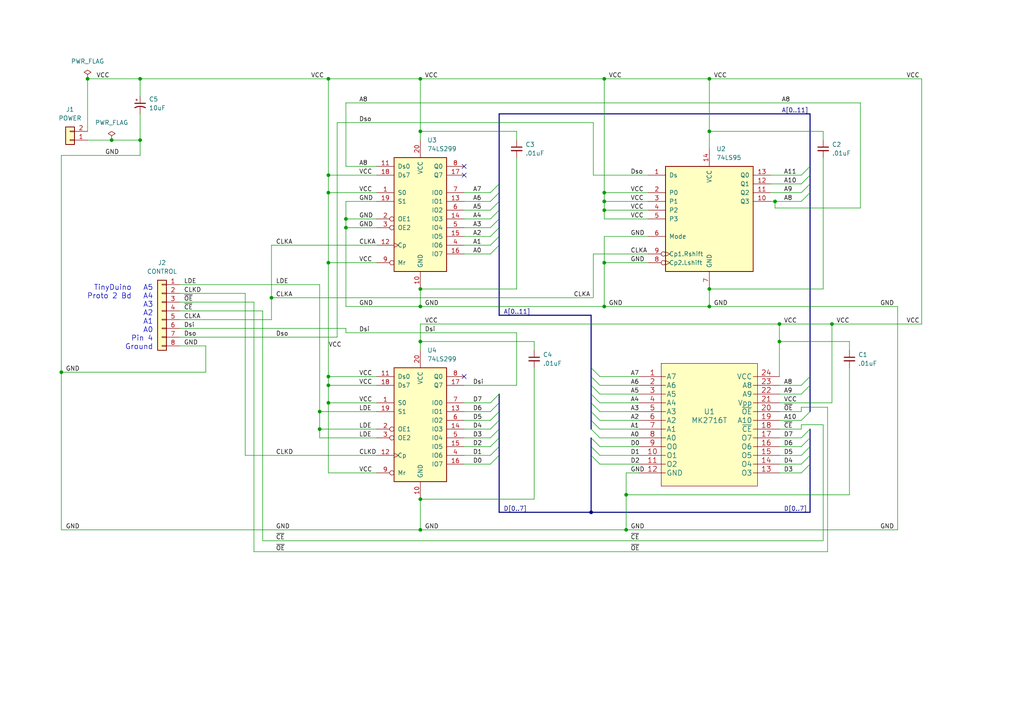
<source format=kicad_sch>
(kicad_sch (version 20211123) (generator eeschema)
  (paper "A4")
  (title_block (title "MK27616 EPROM Reader") (date "2022-07-16") (rev "1.2") (company "NinBra Enterprises") (comment 1 "Assumes 5v GPIO interface to TinyDuino"))
  (lib_symbols
    (symbol "74LS299_1" (pin_names (offset 1.016))
      (property "Reference" "U" (at -7.62 16.51 0))
      (property "Value" "74LS299_1" (at -7.62 -19.05 0))
      (symbol "74LS299_1_1_0"
        (pin input line (at -12.7 5.08 0) (length 5.08) (name "S0") (number "1"))
        (pin power_in line (at 0 -22.86 90) (length 5.08) (name "GND") (number "10"))
        (pin input line (at -12.7 12.7 0) (length 5.08) (name "Ds0") (number "11"))
        (pin input clock (at -12.7 -10.16 0) (length 5.08) (name "Cp") (number "12"))
        (pin tri_state line (at 12.7 2.54 180) (length 5.08) (name "IO1") (number "13"))
        (pin tri_state line (at 12.7 -2.54 180) (length 5.08) (name "IO3") (number "14"))
        (pin tri_state line (at 12.7 -7.62 180) (length 5.08) (name "IO5") (number "15"))
        (pin tri_state line (at 12.7 -12.7 180) (length 5.08) (name "IO7") (number "16"))
        (pin output line (at 12.7 10.16 180) (length 5.08) (name "Q7") (number "17"))
        (pin input line (at -12.7 10.16 0) (length 5.08) (name "Ds7") (number "18"))
        (pin input line (at -12.7 2.54 0) (length 5.08) (name "S1") (number "19"))
        (pin input inverted (at -12.7 -2.54 0) (length 5.08) (name "OE1") (number "2"))
        (pin power_in line (at 0 20.32 270) (length 5.08) (name "VCC") (number "20"))
        (pin input inverted (at -12.7 -5.08 0) (length 5.08) (name "OE2") (number "3"))
        (pin tri_state line (at 12.7 -10.16 180) (length 5.08) (name "IO6") (number "4"))
        (pin tri_state line (at 12.7 -5.08 180) (length 5.08) (name "IO4") (number "5"))
        (pin tri_state line (at 12.7 0 180) (length 5.08) (name "IO2") (number "6"))
        (pin tri_state line (at 12.7 5.08 180) (length 5.08) (name "IO0") (number "7"))
        (pin output line (at 12.7 12.7 180) (length 5.08) (name "Q0") (number "8"))
        (pin input inverted (at -12.7 -15.24 0) (length 5.08) (name "Mr") (number "9"))
      )
      (symbol "74LS299_1_1_1"
        (rectangle (start -7.62 15.24) (end 7.62 -17.78) (stroke (width 0.254)) (fill (type background)))
      )
    )
    (symbol "74xx:74LS299" (pin_names (offset 1.016))
      (property "Reference" "U" (at -7.62 16.51 0))
      (property "Value" "74LS299" (at -7.62 -19.05 0))
      (symbol "74LS299_1_0"
        (pin input line (at -12.7 5.08 0) (length 5.08) (name "S0") (number "1"))
        (pin power_in line (at 0 -22.86 90) (length 5.08) (name "GND") (number "10"))
        (pin input line (at -12.7 12.7 0) (length 5.08) (name "Ds0") (number "11"))
        (pin input clock (at -12.7 -10.16 0) (length 5.08) (name "Cp") (number "12"))
        (pin tri_state line (at 12.7 2.54 180) (length 5.08) (name "IO1") (number "13"))
        (pin tri_state line (at 12.7 -2.54 180) (length 5.08) (name "IO3") (number "14"))
        (pin tri_state line (at 12.7 -7.62 180) (length 5.08) (name "IO5") (number "15"))
        (pin tri_state line (at 12.7 -12.7 180) (length 5.08) (name "IO7") (number "16"))
        (pin output line (at 12.7 10.16 180) (length 5.08) (name "Q7") (number "17"))
        (pin input line (at -12.7 10.16 0) (length 5.08) (name "Ds7") (number "18"))
        (pin input line (at -12.7 2.54 0) (length 5.08) (name "S1") (number "19"))
        (pin input inverted (at -12.7 -2.54 0) (length 5.08) (name "OE1") (number "2"))
        (pin power_in line (at 0 20.32 270) (length 5.08) (name "VCC") (number "20"))
        (pin input inverted (at -12.7 -5.08 0) (length 5.08) (name "OE2") (number "3"))
        (pin tri_state line (at 12.7 -10.16 180) (length 5.08) (name "IO6") (number "4"))
        (pin tri_state line (at 12.7 -5.08 180) (length 5.08) (name "IO4") (number "5"))
        (pin tri_state line (at 12.7 0 180) (length 5.08) (name "IO2") (number "6"))
        (pin tri_state line (at 12.7 5.08 180) (length 5.08) (name "IO0") (number "7"))
        (pin output line (at 12.7 12.7 180) (length 5.08) (name "Q0") (number "8"))
        (pin input inverted (at -12.7 -15.24 0) (length 5.08) (name "Mr") (number "9"))
      )
      (symbol "74LS299_1_1"
        (rectangle (start -7.62 15.24) (end 7.62 -17.78) (stroke (width 0.254)) (fill (type background)))
      )
    )
    (symbol "74xx:74LS95" (pin_names (offset 1.016))
      (property "Reference" "U" (at -7.62 16.51 0))
      (property "Value" "74LS95" (at -7.62 -16.51 0))
      (symbol "74LS95_1_0"
        (pin input line (at -17.78 12.7 0) (length 5.08) (name "Ds") (number "1"))
        (pin output line (at 17.78 5.08 180) (length 5.08) (name "Q3") (number "10"))
        (pin output line (at 17.78 7.62 180) (length 5.08) (name "Q2") (number "11"))
        (pin output line (at 17.78 10.16 180) (length 5.08) (name "Q1") (number "12"))
        (pin output line (at 17.78 12.7 180) (length 5.08) (name "Q0") (number "13"))
        (pin power_in line (at 0 20.32 270) (length 5.08) (name "VCC") (number "14"))
        (pin input line (at -17.78 7.62 0) (length 5.08) (name "P0") (number "2"))
        (pin input line (at -17.78 5.08 0) (length 5.08) (name "P1") (number "3"))
        (pin input line (at -17.78 2.54 0) (length 5.08) (name "P2") (number "4"))
        (pin input line (at -17.78 0 0) (length 5.08) (name "P3") (number "5"))
        (pin input line (at -17.78 -5.08 0) (length 5.08) (name "Mode") (number "6"))
        (pin power_in line (at 0 -20.32 90) (length 5.08) (name "GND") (number "7"))
        (pin input inverted_clock (at -17.78 -12.7 0) (length 5.08) (name "Cp2.Lshift") (number "8"))
        (pin input inverted_clock (at -17.78 -10.16 0) (length 5.08) (name "Cp1.Rshift") (number "9"))
      )
      (symbol "74LS95_1_1"
        (rectangle (start -12.7 15.24) (end 12.7 -15.24) (stroke (width 0.254)) (fill (type background)))
      )
    )
    (symbol "Connector_Generic:Conn_01x02" (pin_names (offset 1.016) hide)
      (property "Reference" "J" (at 0 2.54 0))
      (property "Value" "Conn_01x02" (at 0 -5.08 0))
      (symbol "Conn_01x02_1_1"
        (rectangle (start -1.27 -2.413) (end 0 -2.667) (stroke (width 0.1524)))
        (rectangle (start -1.27 0.127) (end 0 -0.127) (stroke (width 0.1524)))
        (rectangle (start -1.27 1.27) (end 1.27 -3.81) (stroke (width 0.254)) (fill (type background)))
        (pin passive line (at -5.08 0 0) (length 3.81) (name "Pin_1") (number "1"))
        (pin passive line (at -5.08 -2.54 0) (length 3.81) (name "Pin_2") (number "2"))
      )
    )
    (symbol "Connector_Generic:Conn_01x08" (pin_names (offset 1.016) hide)
      (property "Reference" "J" (at 0 10.16 0))
      (property "Value" "Conn_01x08" (at 0 -12.7 0))
      (symbol "Conn_01x08_1_1"
        (rectangle (start -1.27 -10.033) (end 0 -10.287) (stroke (width 0.1524)))
        (rectangle (start -1.27 -7.493) (end 0 -7.747) (stroke (width 0.1524)))
        (rectangle (start -1.27 -4.953) (end 0 -5.207) (stroke (width 0.1524)))
        (rectangle (start -1.27 -2.413) (end 0 -2.667) (stroke (width 0.1524)))
        (rectangle (start -1.27 0.127) (end 0 -0.127) (stroke (width 0.1524)))
        (rectangle (start -1.27 2.667) (end 0 2.413) (stroke (width 0.1524)))
        (rectangle (start -1.27 5.207) (end 0 4.953) (stroke (width 0.1524)))
        (rectangle (start -1.27 7.747) (end 0 7.493) (stroke (width 0.1524)))
        (rectangle (start -1.27 8.89) (end 1.27 -11.43) (stroke (width 0.254)) (fill (type background)))
        (pin passive line (at -5.08 7.62 0) (length 3.81) (name "Pin_1") (number "1"))
        (pin passive line (at -5.08 5.08 0) (length 3.81) (name "Pin_2") (number "2"))
        (pin passive line (at -5.08 2.54 0) (length 3.81) (name "Pin_3") (number "3"))
        (pin passive line (at -5.08 0 0) (length 3.81) (name "Pin_4") (number "4"))
        (pin passive line (at -5.08 -2.54 0) (length 3.81) (name "Pin_5") (number "5"))
        (pin passive line (at -5.08 -5.08 0) (length 3.81) (name "Pin_6") (number "6"))
        (pin passive line (at -5.08 -7.62 0) (length 3.81) (name "Pin_7") (number "7"))
        (pin passive line (at -5.08 -10.16 0) (length 3.81) (name "Pin_8") (number "8"))
      )
    )
    (symbol "Device:C_Polarized_Small_US" (pin_numbers hide) (pin_names (offset 0.254) hide)
      (property "Reference" "C" (at 0.254 1.778 0))
      (property "Value" "C_Polarized_Small_US" (at 0.254 -2.032 0))
      (symbol "C_Polarized_Small_US_0_1"
        (polyline (pts (xy -1.524 0.508) (xy 1.524 0.508)) (stroke (width 0.3048)))
        (polyline (pts (xy -1.27 1.524) (xy -0.762 1.524)))
        (polyline (pts (xy -1.016 1.27) (xy -1.016 1.778)))
        (arc (start 1.524 -0.762) (mid 0 -0.3734) (end -1.524 -0.762) (stroke (width 0.3048)))
      )
      (symbol "C_Polarized_Small_US_1_1"
        (pin passive line (at 0 2.54 270) (length 2.032) (name "~") (number "1"))
        (pin passive line (at 0 -2.54 90) (length 2.032) (name "~") (number "2"))
      )
    )
    (symbol "Device:C_Small" (pin_numbers hide) (pin_names (offset 0.254) hide)
      (property "Reference" "C" (at 0.254 1.778 0))
      (property "Value" "C_Small" (at 0.254 -2.032 0))
      (symbol "C_Small_0_1"
        (polyline (pts (xy -1.524 -0.508) (xy 1.524 -0.508)) (stroke (width 0.3302)))
        (polyline (pts (xy -1.524 0.508) (xy 1.524 0.508)) (stroke (width 0.3048)))
      )
      (symbol "C_Small_1_1"
        (pin passive line (at 0 2.54 270) (length 2.032) (name "~") (number "1"))
        (pin passive line (at 0 -2.54 90) (length 2.032) (name "~") (number "2"))
      )
    )
    (symbol "MOSTEK_EPROM:MK2716T" (pin_names (offset 0.254))
      (property "Reference" "U" (at 19.05 -11.43 0))
      (property "Value" "MK2716T" (at 20.32 -13.97 0))
      (symbol "MK2716T_0_1"
        (rectangle (start 6.35 3.81) (end 34.29 -31.75) (fill (type background)))
      )
      (symbol "MK2716T_1_1"
        (pin input line (at 0 0 0) (length 7.62) (name "A7") (number "1"))
        (pin tri_state line (at 0 -22.86 0) (length 7.62) (name "O1") (number "10"))
        (pin tri_state line (at 0 -25.4 0) (length 7.62) (name "O2") (number "11"))
        (pin power_in line (at 0 -27.94 0) (length 7.62) (name "GND") (number "12"))
        (pin tri_state line (at 40.64 -27.94 180) (length 7.62) (name "O3") (number "13"))
        (pin tri_state line (at 40.64 -25.4 180) (length 7.62) (name "O4") (number "14"))
        (pin tri_state line (at 40.64 -22.86 180) (length 7.62) (name "O5") (number "15"))
        (pin tri_state line (at 40.64 -20.32 180) (length 7.62) (name "O6") (number "16"))
        (pin tri_state line (at 40.64 -17.78 180) (length 7.62) (name "O7") (number "17"))
        (pin input line (at 40.64 -15.24 180) (length 7.62) (name "~{CE}") (number "18"))
        (pin input line (at 40.64 -12.7 180) (length 7.62) (name "A10") (number "19"))
        (pin input line (at 0 -2.54 0) (length 7.62) (name "A6") (number "2"))
        (pin input line (at 40.64 -10.16 180) (length 7.62) (name "~{OE}") (number "20"))
        (pin input line (at 40.64 -7.62 180) (length 7.62) (name "Vpp") (number "21"))
        (pin input line (at 40.64 -5.08 180) (length 7.62) (name "A9") (number "22"))
        (pin input line (at 40.64 -2.54 180) (length 7.62) (name "A8") (number "23"))
        (pin power_in line (at 40.64 0 180) (length 7.62) (name "VCC") (number "24"))
        (pin input line (at 0 -5.08 0) (length 7.62) (name "A5") (number "3"))
        (pin input line (at 0 -7.62 0) (length 7.62) (name "A4") (number "4"))
        (pin input line (at 0 -10.16 0) (length 7.62) (name "A3") (number "5"))
        (pin input line (at 0 -12.7 0) (length 7.62) (name "A2") (number "6"))
        (pin input line (at 0 -15.24 0) (length 7.62) (name "A1") (number "7"))
        (pin input line (at 0 -17.78 0) (length 7.62) (name "A0") (number "8"))
        (pin tri_state line (at 0 -20.32 0) (length 7.62) (name "O0") (number "9"))
      )
    )
    (symbol "power:PWR_FLAG" (power) (pin_numbers hide) (pin_names (offset 0) hide)
      (property "Value" "PWR_FLAG" (at 0 3.81 0))
      (symbol "PWR_FLAG_0_0"
        (pin power_out line (at 0 0 90) (length 0) (name "pwr") (number "1"))
      )
      (symbol "PWR_FLAG_0_1"
        (polyline (pts (xy 0 0) (xy 0 1.27) (xy -1.016 1.905) (xy 0 2.54) (xy 1.016 1.905) (xy 0 1.27)))
      )
    )
  )
  (junction (at 95.25 50.8))
  (junction (at 175.26 22.86))
  (junction (at 92.71 124.46))
  (junction (at 40.64 40.64))
  (junction (at 121.92 83.82))
  (junction (at 95.25 55.88))
  (junction (at 224.79 58.42))
  (junction (at 95.25 116.84))
  (junction (at 175.26 88.9))
  (junction (at 25.4 22.86))
  (junction (at 175.26 58.42))
  (junction (at 175.26 60.96))
  (junction (at 121.92 99.06))
  (junction (at 121.92 153.67))
  (junction (at 78.74 86.36))
  (junction (at 205.74 22.86))
  (junction (at 121.92 22.86))
  (junction (at 32.385 40.64))
  (junction (at 121.92 38.1))
  (junction (at 92.71 119.38))
  (junction (at 171.45 148.59))
  (junction (at 175.26 76.2))
  (junction (at 226.06 99.06))
  (junction (at 181.61 143.51))
  (junction (at 100.33 66.04))
  (junction (at 181.61 153.67))
  (junction (at 226.06 93.98))
  (junction (at 205.74 83.82))
  (junction (at 17.78 107.95))
  (junction (at 100.33 63.5))
  (junction (at 95.25 111.76))
  (junction (at 205.74 88.9))
  (junction (at 241.3 93.98))
  (junction (at 121.92 88.9))
  (junction (at 95.25 109.22))
  (junction (at 95.25 76.2))
  (junction (at 121.92 144.78))
  (junction (at 175.26 55.88))
  (junction (at 95.25 22.86))
  (junction (at 205.74 38.1))
  (junction (at 40.64 22.86))
  (no_connect (at 134.62 50.8))
  (no_connect (at 134.62 48.26))
  (no_connect (at 134.62 109.22))
  (bus_entry (at 234.95 111.76) (size -2.54 2.54))
  (bus_entry (at 171.45 111.76) (size 2.54 2.54))
  (bus_entry (at 171.45 109.22) (size 2.54 2.54))
  (bus_entry (at 171.45 116.84) (size 2.54 2.54))
  (bus_entry (at 171.45 114.3) (size 2.54 2.54))
  (bus_entry (at 171.45 121.92) (size 2.54 2.54))
  (bus_entry (at 171.45 119.38) (size 2.54 2.54))
  (bus_entry (at 171.45 106.68) (size 2.54 2.54))
  (bus_entry (at 171.45 124.46) (size 2.54 2.54))
  (bus_entry (at 144.78 55.88) (size -2.54 2.54))
  (bus_entry (at 144.78 58.42) (size -2.54 2.54))
  (bus_entry (at 144.78 53.34) (size -2.54 2.54))
  (bus_entry (at 144.78 63.5) (size -2.54 2.54))
  (bus_entry (at 144.78 66.04) (size -2.54 2.54))
  (bus_entry (at 144.78 68.58) (size -2.54 2.54))
  (bus_entry (at 144.78 71.12) (size -2.54 2.54))
  (bus_entry (at 144.78 60.96) (size -2.54 2.54))
  (bus_entry (at 234.95 109.22) (size -2.54 2.54))
  (bus_entry (at 171.45 127) (size 2.54 2.54))
  (bus_entry (at 171.45 132.08) (size 2.54 2.54))
  (bus_entry (at 171.45 129.54) (size 2.54 2.54))
  (bus_entry (at 234.95 119.38) (size -2.54 2.54))
  (bus_entry (at 234.95 50.8) (size -2.54 2.54))
  (bus_entry (at 234.95 53.34) (size -2.54 2.54))
  (bus_entry (at 234.95 48.26) (size -2.54 2.54))
  (bus_entry (at 234.95 55.88) (size -2.54 2.54))
  (bus_entry (at 234.95 129.54) (size -2.54 2.54))
  (bus_entry (at 234.95 127) (size -2.54 2.54))
  (bus_entry (at 234.95 124.46) (size -2.54 2.54))
  (bus_entry (at 144.78 124.46) (size -2.54 2.54))
  (bus_entry (at 144.78 121.92) (size -2.54 2.54))
  (bus_entry (at 144.78 119.38) (size -2.54 2.54))
  (bus_entry (at 144.78 116.84) (size -2.54 2.54))
  (bus_entry (at 144.78 114.3) (size -2.54 2.54))
  (bus_entry (at 144.78 129.54) (size -2.54 2.54))
  (bus_entry (at 144.78 127) (size -2.54 2.54))
  (bus_entry (at 144.78 132.08) (size -2.54 2.54))
  (bus_entry (at 234.95 132.08) (size -2.54 2.54))
  (bus_entry (at 234.95 134.62) (size -2.54 2.54))
  (wire (pts (xy 121.92 38.1) (xy 149.86 38.1)))
  (wire (pts (xy 40.64 45.085) (xy 40.64 40.64)))
  (bus (pts (xy 171.45 111.76) (xy 171.45 114.3)))
  (wire (pts (xy 95.25 137.16) (xy 109.22 137.16)))
  (wire (pts (xy 240.03 118.11) (xy 240.03 160.02)))
  (bus (pts (xy 234.95 50.8) (xy 234.95 53.34)))
  (bus (pts (xy 144.78 132.08) (xy 144.78 148.59)))
  (wire (pts (xy 238.76 40.64) (xy 238.76 38.1)))
  (wire (pts (xy 52.07 92.71) (xy 78.74 92.71)))
  (wire (pts (xy 223.52 50.8) (xy 232.41 50.8)))
  (wire (pts (xy 109.22 127) (xy 92.71 127)))
  (wire (pts (xy 134.62 119.38) (xy 142.24 119.38)))
  (wire (pts (xy 223.52 58.42) (xy 224.79 58.42)))
  (wire (pts (xy 226.06 114.3) (xy 232.41 114.3)))
  (bus (pts (xy 234.95 134.62) (xy 234.95 148.59)))
  (wire (pts (xy 109.22 50.8) (xy 95.25 50.8)))
  (wire (pts (xy 173.99 129.54) (xy 185.42 129.54)))
  (wire (pts (xy 241.3 93.98) (xy 267.335 93.98)))
  (wire (pts (xy 134.62 71.12) (xy 142.24 71.12)))
  (wire (pts (xy 232.41 119.38) (xy 232.41 118.11)))
  (bus (pts (xy 144.78 53.34) (xy 144.78 33.02)))
  (wire (pts (xy 134.62 73.66) (xy 142.24 73.66)))
  (wire (pts (xy 205.74 22.86) (xy 267.335 22.86)))
  (wire (pts (xy 109.22 116.84) (xy 95.25 116.84)))
  (wire (pts (xy 100.33 63.5) (xy 100.33 66.04)))
  (wire (pts (xy 17.78 45.085) (xy 40.64 45.085)))
  (bus (pts (xy 144.78 116.84) (xy 144.78 119.38)))
  (wire (pts (xy 78.74 86.36) (xy 172.085 86.36)))
  (wire (pts (xy 92.71 124.46) (xy 92.71 127)))
  (bus (pts (xy 171.45 119.38) (xy 171.45 121.92)))
  (wire (pts (xy 173.99 124.46) (xy 185.42 124.46)))
  (wire (pts (xy 175.26 63.5) (xy 175.26 60.96)))
  (wire (pts (xy 109.22 124.46) (xy 92.71 124.46)))
  (wire (pts (xy 100.33 66.04) (xy 100.33 88.9)))
  (wire (pts (xy 238.76 83.82) (xy 205.74 83.82)))
  (wire (pts (xy 175.26 88.9) (xy 205.74 88.9)))
  (wire (pts (xy 78.74 71.12) (xy 78.74 86.36)))
  (wire (pts (xy 173.99 134.62) (xy 185.42 134.62)))
  (wire (pts (xy 187.96 58.42) (xy 175.26 58.42)))
  (wire (pts (xy 95.25 76.2) (xy 95.25 109.22)))
  (wire (pts (xy 40.64 22.86) (xy 95.25 22.86)))
  (bus (pts (xy 171.45 121.92) (xy 171.45 124.46)))
  (wire (pts (xy 173.99 119.38) (xy 185.42 119.38)))
  (wire (pts (xy 226.06 99.06) (xy 226.06 109.22)))
  (bus (pts (xy 234.95 132.08) (xy 234.95 134.62)))
  (wire (pts (xy 121.92 40.64) (xy 121.92 38.1)))
  (wire (pts (xy 181.61 137.16) (xy 185.42 137.16)))
  (wire (pts (xy 226.06 121.92) (xy 232.41 121.92)))
  (wire (pts (xy 238.76 38.1) (xy 205.74 38.1)))
  (wire (pts (xy 92.71 82.55) (xy 92.71 119.38)))
  (wire (pts (xy 226.06 93.98) (xy 226.06 99.06)))
  (wire (pts (xy 95.25 109.22) (xy 109.22 109.22)))
  (wire (pts (xy 121.92 153.67) (xy 181.61 153.67)))
  (wire (pts (xy 226.06 129.54) (xy 232.41 129.54)))
  (wire (pts (xy 97.79 97.79) (xy 52.07 97.79)))
  (wire (pts (xy 134.62 68.58) (xy 142.24 68.58)))
  (wire (pts (xy 246.38 106.68) (xy 246.38 143.51)))
  (wire (pts (xy 238.76 123.19) (xy 232.41 123.19)))
  (wire (pts (xy 224.79 58.42) (xy 232.41 58.42)))
  (wire (pts (xy 78.74 86.36) (xy 78.74 92.71)))
  (bus (pts (xy 234.95 127) (xy 234.95 129.54)))
  (wire (pts (xy 226.06 124.46) (xy 232.41 124.46)))
  (wire (pts (xy 121.92 88.9) (xy 175.26 88.9)))
  (bus (pts (xy 144.78 68.58) (xy 144.78 71.12)))
  (wire (pts (xy 40.64 40.64) (xy 32.385 40.64)))
  (bus (pts (xy 144.78 66.04) (xy 144.78 68.58)))
  (bus (pts (xy 144.78 63.5) (xy 144.78 66.04)))
  (wire (pts (xy 71.12 132.08) (xy 71.12 85.09)))
  (wire (pts (xy 134.62 121.92) (xy 142.24 121.92)))
  (wire (pts (xy 226.06 137.16) (xy 232.41 137.16)))
  (bus (pts (xy 234.95 48.26) (xy 234.95 50.8)))
  (wire (pts (xy 173.99 114.3) (xy 185.42 114.3)))
  (wire (pts (xy 100.33 48.26) (xy 100.33 29.845)))
  (wire (pts (xy 187.96 76.2) (xy 175.26 76.2)))
  (wire (pts (xy 238.76 45.72) (xy 238.76 83.82)))
  (wire (pts (xy 226.06 134.62) (xy 232.41 134.62)))
  (wire (pts (xy 109.22 48.26) (xy 100.33 48.26)))
  (wire (pts (xy 52.07 82.55) (xy 92.71 82.55)))
  (wire (pts (xy 246.38 101.6) (xy 246.38 99.06)))
  (wire (pts (xy 100.33 96.52) (xy 100.33 95.25)))
  (wire (pts (xy 226.06 132.08) (xy 232.41 132.08)))
  (wire (pts (xy 109.22 58.42) (xy 100.33 58.42)))
  (wire (pts (xy 172.085 86.36) (xy 172.085 73.66)))
  (wire (pts (xy 181.61 143.51) (xy 181.61 153.67)))
  (bus (pts (xy 144.78 55.88) (xy 144.78 58.42)))
  (wire (pts (xy 175.26 58.42) (xy 175.26 60.96)))
  (wire (pts (xy 134.62 66.04) (xy 142.24 66.04)))
  (wire (pts (xy 121.92 83.82) (xy 121.92 88.9)))
  (wire (pts (xy 100.33 66.04) (xy 109.22 66.04)))
  (wire (pts (xy 73.66 87.63) (xy 73.66 160.02)))
  (wire (pts (xy 134.62 63.5) (xy 142.24 63.5)))
  (wire (pts (xy 149.86 96.52) (xy 100.33 96.52)))
  (wire (pts (xy 175.26 68.58) (xy 175.26 76.2)))
  (wire (pts (xy 52.07 90.17) (xy 76.2 90.17)))
  (wire (pts (xy 92.71 124.46) (xy 92.71 119.38)))
  (wire (pts (xy 95.25 50.8) (xy 95.25 55.88)))
  (wire (pts (xy 59.69 100.33) (xy 52.07 100.33)))
  (wire (pts (xy 149.86 111.76) (xy 149.86 96.52)))
  (wire (pts (xy 17.78 107.95) (xy 17.78 45.085)))
  (wire (pts (xy 121.92 83.82) (xy 149.86 83.82)))
  (wire (pts (xy 134.62 55.88) (xy 142.24 55.88)))
  (bus (pts (xy 144.78 71.12) (xy 144.78 91.44)))
  (bus (pts (xy 144.78 127) (xy 144.78 129.54)))
  (wire (pts (xy 121.92 99.06) (xy 154.94 99.06)))
  (wire (pts (xy 17.78 153.67) (xy 121.92 153.67)))
  (bus (pts (xy 234.95 129.54) (xy 234.95 132.08)))
  (wire (pts (xy 109.22 55.88) (xy 95.25 55.88)))
  (bus (pts (xy 144.78 121.92) (xy 144.78 124.46)))
  (wire (pts (xy 226.06 127) (xy 232.41 127)))
  (wire (pts (xy 249.555 60.325) (xy 224.79 60.325)))
  (wire (pts (xy 249.555 29.845) (xy 249.555 60.325)))
  (bus (pts (xy 144.78 58.42) (xy 144.78 60.96)))
  (bus (pts (xy 171.45 91.44) (xy 171.45 106.68)))
  (wire (pts (xy 109.22 119.38) (xy 92.71 119.38)))
  (wire (pts (xy 95.25 76.2) (xy 109.22 76.2)))
  (wire (pts (xy 173.99 121.92) (xy 185.42 121.92)))
  (bus (pts (xy 144.78 129.54) (xy 144.78 132.08)))
  (wire (pts (xy 181.61 137.16) (xy 181.61 143.51)))
  (wire (pts (xy 223.52 55.88) (xy 232.41 55.88)))
  (wire (pts (xy 173.99 116.84) (xy 185.42 116.84)))
  (bus (pts (xy 144.78 119.38) (xy 144.78 121.92)))
  (bus (pts (xy 234.95 111.76) (xy 234.95 119.38)))
  (wire (pts (xy 17.78 153.67) (xy 17.78 107.95)))
  (wire (pts (xy 173.99 127) (xy 185.42 127)))
  (wire (pts (xy 52.07 87.63) (xy 73.66 87.63)))
  (wire (pts (xy 134.62 60.96) (xy 142.24 60.96)))
  (bus (pts (xy 144.78 148.59) (xy 171.45 148.59)))
  (bus (pts (xy 144.78 124.46) (xy 144.78 127)))
  (wire (pts (xy 232.41 123.19) (xy 232.41 124.46)))
  (wire (pts (xy 205.74 83.82) (xy 205.74 88.9)))
  (wire (pts (xy 149.86 45.72) (xy 149.86 83.82)))
  (wire (pts (xy 173.99 132.08) (xy 185.42 132.08)))
  (wire (pts (xy 224.79 58.42) (xy 224.79 60.325)))
  (wire (pts (xy 97.79 35.56) (xy 97.79 97.79)))
  (wire (pts (xy 121.92 93.98) (xy 226.06 93.98)))
  (bus (pts (xy 234.95 55.88) (xy 234.95 109.22)))
  (wire (pts (xy 173.99 111.76) (xy 185.42 111.76)))
  (wire (pts (xy 154.94 101.6) (xy 154.94 99.06)))
  (wire (pts (xy 95.25 111.76) (xy 109.22 111.76)))
  (wire (pts (xy 134.62 134.62) (xy 142.24 134.62)))
  (wire (pts (xy 134.62 124.46) (xy 142.24 124.46)))
  (wire (pts (xy 260.35 88.9) (xy 260.35 153.67)))
  (wire (pts (xy 187.96 55.88) (xy 175.26 55.88)))
  (wire (pts (xy 241.3 93.98) (xy 241.3 116.84)))
  (wire (pts (xy 172.085 35.56) (xy 97.79 35.56)))
  (wire (pts (xy 95.25 109.22) (xy 95.25 111.76)))
  (wire (pts (xy 223.52 53.34) (xy 232.41 53.34)))
  (bus (pts (xy 234.95 124.46) (xy 234.95 127)))
  (wire (pts (xy 205.74 88.9) (xy 260.35 88.9)))
  (bus (pts (xy 171.45 109.22) (xy 171.45 111.76)))
  (wire (pts (xy 95.25 137.16) (xy 95.25 116.84)))
  (wire (pts (xy 175.26 76.2) (xy 175.26 88.9)))
  (wire (pts (xy 175.26 55.88) (xy 175.26 22.86)))
  (wire (pts (xy 25.4 40.64) (xy 32.385 40.64)))
  (wire (pts (xy 100.33 29.845) (xy 249.555 29.845)))
  (bus (pts (xy 144.78 114.3) (xy 144.78 116.84)))
  (bus (pts (xy 144.78 33.02) (xy 234.95 33.02)))
  (bus (pts (xy 144.78 53.34) (xy 144.78 55.88)))
  (wire (pts (xy 73.66 160.02) (xy 240.03 160.02)))
  (wire (pts (xy 238.76 156.845) (xy 238.76 123.19)))
  (wire (pts (xy 175.26 22.86) (xy 205.74 22.86)))
  (wire (pts (xy 59.69 100.33) (xy 59.69 107.95)))
  (wire (pts (xy 100.33 95.25) (xy 52.07 95.25)))
  (wire (pts (xy 25.4 22.86) (xy 25.4 38.1)))
  (wire (pts (xy 100.33 63.5) (xy 109.22 63.5)))
  (wire (pts (xy 246.38 143.51) (xy 181.61 143.51)))
  (wire (pts (xy 154.94 106.68) (xy 154.94 144.78)))
  (bus (pts (xy 234.95 53.34) (xy 234.95 55.88)))
  (bus (pts (xy 171.45 129.54) (xy 171.45 132.08)))
  (bus (pts (xy 144.78 60.96) (xy 144.78 63.5)))
  (wire (pts (xy 100.33 88.9) (xy 121.92 88.9)))
  (wire (pts (xy 134.62 132.08) (xy 142.24 132.08)))
  (wire (pts (xy 59.69 107.95) (xy 17.78 107.95)))
  (wire (pts (xy 226.06 119.38) (xy 232.41 119.38)))
  (wire (pts (xy 95.25 22.86) (xy 121.92 22.86)))
  (wire (pts (xy 40.64 22.86) (xy 40.64 27.94)))
  (bus (pts (xy 234.95 33.02) (xy 234.95 48.26)))
  (wire (pts (xy 267.335 22.86) (xy 267.335 93.98)))
  (wire (pts (xy 95.25 22.86) (xy 95.25 50.8)))
  (wire (pts (xy 100.33 58.42) (xy 100.33 63.5)))
  (wire (pts (xy 78.74 71.12) (xy 109.22 71.12)))
  (wire (pts (xy 175.26 58.42) (xy 175.26 55.88)))
  (bus (pts (xy 171.45 148.59) (xy 234.95 148.59)))
  (wire (pts (xy 71.12 132.08) (xy 109.22 132.08)))
  (wire (pts (xy 172.085 50.8) (xy 187.96 50.8)))
  (wire (pts (xy 121.92 38.1) (xy 121.92 22.86)))
  (wire (pts (xy 226.06 116.84) (xy 241.3 116.84)))
  (wire (pts (xy 134.62 127) (xy 142.24 127)))
  (wire (pts (xy 226.06 93.98) (xy 241.3 93.98)))
  (wire (pts (xy 40.64 33.02) (xy 40.64 40.64)))
  (wire (pts (xy 205.74 22.86) (xy 205.74 38.1)))
  (wire (pts (xy 121.92 144.78) (xy 154.94 144.78)))
  (wire (pts (xy 121.92 101.6) (xy 121.92 99.06)))
  (wire (pts (xy 172.085 73.66) (xy 187.96 73.66)))
  (wire (pts (xy 95.25 111.76) (xy 95.25 116.84)))
  (bus (pts (xy 171.45 114.3) (xy 171.45 116.84)))
  (bus (pts (xy 171.45 106.68) (xy 171.45 109.22)))
  (wire (pts (xy 226.06 111.76) (xy 232.41 111.76)))
  (wire (pts (xy 76.2 156.845) (xy 238.76 156.845)))
  (wire (pts (xy 187.96 60.96) (xy 175.26 60.96)))
  (wire (pts (xy 134.62 58.42) (xy 142.24 58.42)))
  (bus (pts (xy 144.78 91.44) (xy 171.45 91.44)))
  (wire (pts (xy 172.085 50.8) (xy 172.085 35.56)))
  (bus (pts (xy 234.95 109.22) (xy 234.95 111.76)))
  (wire (pts (xy 121.92 99.06) (xy 121.92 93.98)))
  (wire (pts (xy 76.2 90.17) (xy 76.2 156.845)))
  (wire (pts (xy 134.62 129.54) (xy 142.24 129.54)))
  (wire (pts (xy 187.96 63.5) (xy 175.26 63.5)))
  (wire (pts (xy 187.96 68.58) (xy 175.26 68.58)))
  (wire (pts (xy 134.62 116.84) (xy 142.24 116.84)))
  (wire (pts (xy 149.86 40.64) (xy 149.86 38.1)))
  (wire (pts (xy 71.12 85.09) (xy 52.07 85.09)))
  (wire (pts (xy 121.92 144.78) (xy 121.92 153.67)))
  (bus (pts (xy 171.45 127) (xy 171.45 129.54)))
  (wire (pts (xy 246.38 99.06) (xy 226.06 99.06)))
  (wire (pts (xy 181.61 153.67) (xy 260.35 153.67)))
  (wire (pts (xy 173.99 109.22) (xy 185.42 109.22)))
  (wire (pts (xy 232.41 118.11) (xy 240.03 118.11)))
  (wire (pts (xy 205.74 38.1) (xy 205.74 43.18)))
  (bus (pts (xy 171.45 116.84) (xy 171.45 119.38)))
  (wire (pts (xy 95.25 55.88) (xy 95.25 76.2)))
  (bus (pts (xy 171.45 132.08) (xy 171.45 148.59)))
  (wire (pts (xy 134.62 111.76) (xy 149.86 111.76)))
  (wire (pts (xy 121.92 22.86) (xy 175.26 22.86)))
  (wire (pts (xy 25.4 22.86) (xy 40.64 22.86)))
  (text "TinyDuino   A5\nProto 2 Bd   A4\nA3\nA2\nA1\nA0\nPin 4\nGround" (at 44.45 101.6 0) (effects (font (size 1.524 1.524)) (justify right bottom)))
  (label "A8" (at 104.14 29.845 0))
  (label "Dsi" (at 53.34 95.25 0))
  (label "VCC" (at 95.25 100.965 0))
  (label "D[0..7]" (at 227.33 148.59 0))
  (label "VCC" (at 104.14 111.76 0))
  (label "D2" (at 182.88 134.62 0))
  (label "VCC" (at 182.88 55.88 0))
  (label "VCC" (at 104.14 76.2 0))
  (label "GND" (at 19.05 153.67 0))
  (label "D4" (at 137.16 124.46 0))
  (label "CLKA" (at 182.88 73.66 0))
  (label "GND" (at 182.88 153.67 0))
  (label "A7" (at 182.88 109.22 0))
  (label "CLKA" (at 104.14 71.12 0))
  (label "D[0..7]" (at 146.05 148.59 0))
  (label "VCC" (at 182.88 63.5 0))
  (label "GND" (at 104.14 66.04 0))
  (label "CLKD" (at 53.34 85.09 0))
  (label "A3" (at 182.88 119.38 0))
  (label "VCC" (at 123.19 93.98 0))
  (label "D3" (at 227.33 137.16 0))
  (label "CLKA" (at 53.34 92.71 0))
  (label "A9" (at 227.33 114.3 0))
  (label "~{CE}" (at 182.88 156.845 0))
  (label "~{CE}" (at 80.01 156.845 0))
  (label "VCC" (at 182.88 58.42 0))
  (label "A5" (at 137.16 60.96 0))
  (label "LDE" (at 104.14 119.38 0))
  (label "A4" (at 182.88 116.84 0))
  (label "VCC" (at 104.14 137.16 0))
  (label "GND" (at 255.27 153.67 0))
  (label "D1" (at 182.88 132.08 0))
  (label "A6" (at 137.16 58.42 0))
  (label "GND" (at 104.14 88.9 0))
  (label "CLKA" (at 166.37 86.36 0))
  (label "A5" (at 182.88 114.3 0))
  (label "A3" (at 137.16 66.04 0))
  (label "VCC" (at 262.89 22.86 0))
  (label "~{OE}" (at 182.88 160.02 0))
  (label "GND" (at 104.14 63.5 0))
  (label "A8" (at 226.695 29.845 0))
  (label "A4" (at 137.16 63.5 0))
  (label "GND" (at 123.19 88.9 0))
  (label "GND" (at 207.01 88.9 0))
  (label "A[0..11]" (at 226.695 33.02 0))
  (label "D0" (at 137.16 134.62 0))
  (label "GND" (at 255.27 88.9 0))
  (label "A7" (at 137.16 55.88 0))
  (label "~{OE}" (at 80.01 160.02 0))
  (label "GND" (at 182.88 68.58 0))
  (label "A0" (at 182.88 127 0))
  (label "A9" (at 227.33 55.88 0))
  (label "LDE" (at 80.01 82.55 0))
  (label "Dsi" (at 137.16 111.76 0))
  (label "VCC" (at 104.14 116.84 0))
  (label "LDE" (at 53.34 82.55 0))
  (label "GND" (at 19.05 107.95 0))
  (label "A[0..11]" (at 146.05 91.44 0))
  (label "VCC" (at 176.53 22.86 0))
  (label "A1" (at 182.88 124.46 0))
  (label "VCC" (at 104.14 55.88 0))
  (label "VCC" (at 242.57 93.98 0))
  (label "GND" (at 80.01 153.67 0))
  (label "A6" (at 182.88 111.76 0))
  (label "Dso" (at 80.01 97.79 0))
  (label "VCC" (at 227.33 93.98 0))
  (label "GND" (at 182.88 137.16 0))
  (label "Dso" (at 104.14 35.56 0))
  (label "GND" (at 182.88 76.2 0))
  (label "VCC" (at 227.33 116.84 0))
  (label "LDE" (at 104.14 127 0))
  (label "A8" (at 227.33 111.76 0))
  (label "VCC" (at 27.94 22.86 0))
  (label "D1" (at 137.16 132.08 0))
  (label "D3" (at 137.16 127 0))
  (label "~{CE}" (at 227.33 124.46 0))
  (label "D6" (at 137.16 119.38 0))
  (label "D6" (at 227.33 129.54 0))
  (label "VCC" (at 90.17 22.86 0))
  (label "~{CE}" (at 53.34 90.17 0))
  (label "A2" (at 137.16 68.58 0))
  (label "GND" (at 176.53 88.9 0))
  (label "VCC" (at 104.14 50.8 0))
  (label "~{OE}" (at 227.33 119.38 0))
  (label "A8" (at 227.33 58.42 0))
  (label "~{OE}" (at 53.34 87.63 0))
  (label "VCC" (at 123.19 22.86 0))
  (label "VCC" (at 207.01 22.86 0))
  (label "Dso" (at 182.88 50.8 0))
  (label "A10" (at 227.33 53.34 0))
  (label "CLKD" (at 104.14 132.08 0))
  (label "Dsi" (at 123.19 96.52 0))
  (label "CLKD" (at 80.01 132.08 0))
  (label "LDE" (at 104.14 124.46 0))
  (label "D0" (at 182.88 129.54 0))
  (label "Dso" (at 53.34 97.79 0))
  (label "A11" (at 227.33 50.8 0))
  (label "A1" (at 137.16 71.12 0))
  (label "D7" (at 137.16 116.84 0))
  (label "D4" (at 227.33 134.62 0))
  (label "GND" (at 53.34 100.33 0))
  (label "D2" (at 137.16 129.54 0))
  (label "GND" (at 123.19 153.67 0))
  (label "VCC" (at 262.89 93.98 0))
  (label "GND" (at 104.14 58.42 0))
  (label "D5" (at 227.33 132.08 0))
  (label "GND" (at 30.48 45.085 0))
  (label "A0" (at 137.16 73.66 0))
  (label "A2" (at 182.88 121.92 0))
  (label "A10" (at 227.33 121.92 0))
  (label "D7" (at 227.33 127 0))
  (label "CLKA" (at 80.01 86.36 0))
  (label "VCC" (at 182.88 60.96 0))
  (label "VCC" (at 104.14 109.22 0))
  (label "A8" (at 104.14 48.26 0))
  (label "Dsi" (at 104.14 96.52 0))
  (label "D5" (at 137.16 121.92 0))
  (label "CLKA" (at 80.01 71.12 0))
  (symbol (lib_id "74xx:74LS299") (at 121.92 121.92 0) (unit 1)
    (property "Reference" "U4" (at 123.9394 101.6 0) (effects (justify left)))
    (property "Value" "74LS299" (at 123.9394 104.14 0) (effects (justify left)))
    (property "Datasheet" "http://www.ti.com/lit/gpn/sn74LS299" (effects hide))
  )
  (symbol (lib_id "Device:C_Polarized_Small_US") (at 40.64 30.48 0) (unit 1)
    (property "Reference" "C5" (at 43.18 28.7781 0) (effects (justify left)))
    (property "Value" "10uF" (at 43.18 31.3181 0) (effects (justify left)))
  )
  (symbol (lib_id "74xx:74LS95") (at 205.74 63.5 0) (unit 1)
    (property "Reference" "U2" (at 207.7594 43.18 0) (effects (justify left)))
    (property "Value" "74LS95" (at 207.7594 45.72 0) (effects (justify left)))
    (property "Datasheet" "http://www.ti.com/lit/gpn/sn74LS95" (effects hide))
  )
  (symbol (lib_id "MOSTEK_EPROM:MK2716T") (at 185.42 109.22 0) (unit 1)
    (property "Reference" "U1" (at 205.74 119.38 0) (effects (font (size 1.524 1.524))))
    (property "Value" "MK2716T" (at 205.74 121.92 0) (effects (font (size 1.524 1.524))))
    (property "Footprint" "PDIP24_14P4X32P3_MCH" (effects hide))
  )
  (symbol (lib_id "Connector_Generic:Conn_01x08") (at 46.99 90.17 0) (mirror y) (unit 1)
    (property "Reference" "J2" (at 46.99 76.2 0))
    (property "Value" "CONTROL" (at 46.99 78.74 0))
    (property "Footprint" "Connector_PinSocket_2.54mm:PinSocket_1x06_P2.54mm_Vertical" (effects hide))
  )
  (symbol (lib_id "Device:C_Small") (at 238.76 43.18 0) (unit 1)
    (property "Reference" "C2" (at 241.3 41.9162 0) (effects (justify left)))
    (property "Value" ".01uF" (at 241.3 44.4562 0) (effects (justify left)))
  )
  (symbol (lib_id "Device:C_Small") (at 149.86 43.18 0) (unit 1)
    (property "Reference" "C3" (at 152.4 41.9162 0) (effects (justify left)))
    (property "Value" ".01uF" (at 152.4 44.4562 0) (effects (justify left)))
  )
  (symbol (lib_id "power:PWR_FLAG") (at 25.4 22.86 0) (unit 1)
    (property "Reference" "#FLG0101" (effects hide))
    (property "Value" "PWR_FLAG" (at 25.4 17.78 0))
  )
  (symbol (lib_name "74LS299_1") (lib_id "74xx:74LS299") (at 121.92 60.96 0) (unit 1)
    (property "Reference" "U3" (at 123.9394 40.64 0) (effects (justify left)))
    (property "Value" "74LS299" (at 123.9394 43.18 0) (effects (justify left)))
    (property "Datasheet" "http://www.ti.com/lit/gpn/sn74LS299" (effects hide))
  )
  (symbol (lib_id "Device:C_Small") (at 246.38 104.14 0) (unit 1)
    (property "Reference" "C1" (at 248.92 102.8762 0) (effects (justify left)))
    (property "Value" ".01uF" (at 248.92 105.4162 0) (effects (justify left)))
  )
  (symbol (lib_id "Device:C_Small") (at 154.94 104.14 0) (unit 1)
    (property "Reference" "C4" (at 157.48 102.8762 0) (effects (justify left)))
    (property "Value" ".01uF" (at 157.48 105.4162 0) (effects (justify left)))
  )
  (symbol (lib_id "power:PWR_FLAG") (at 32.385 40.64 0) (unit 1)
    (property "Reference" "#FLG0102" (effects hide))
    (property "Value" "PWR_FLAG" (at 32.385 35.56 0))
  )
  (symbol (lib_id "Connector_Generic:Conn_01x02") (at 20.32 40.64 180) (unit 1)
    (property "Reference" "J1" (at 20.32 31.75 0))
    (property "Value" "POWER" (at 20.32 34.29 0))
    (property "Footprint" "Connector_PinHeader_1.00mm:PinHeader_1x02_P1.00mm_Horizontal" (effects hide))
  )
)
</source>
